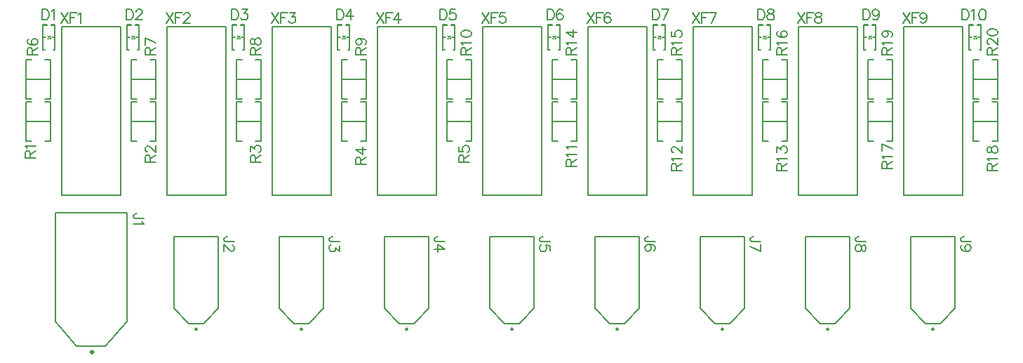
<source format=gto>
G04*
G04 #@! TF.GenerationSoftware,Altium Limited,Altium Designer,21.8.1 (53)*
G04*
G04 Layer_Color=65535*
%FSLAX44Y44*%
%MOMM*%
G71*
G04*
G04 #@! TF.SameCoordinates,F20226F6-1504-4F19-8167-BFA24F29C99C*
G04*
G04*
G04 #@! TF.FilePolarity,Positive*
G04*
G01*
G75*
%ADD10C,0.2540*%
%ADD11C,0.3000*%
%ADD12C,0.1270*%
%ADD13C,0.2000*%
%ADD14C,0.1000*%
%ADD15C,0.1500*%
%ADD16C,0.2032*%
D10*
X547100Y54300D02*
G03*
X547100Y54300I-1000J0D01*
G01*
X928100D02*
G03*
X928100Y54300I-1000J0D01*
G01*
X1182100D02*
G03*
X1182100Y54300I-1000J0D01*
G01*
X1055100D02*
G03*
X1055100Y54300I-1000J0D01*
G01*
X674100D02*
G03*
X674100Y54300I-1000J0D01*
G01*
X801100D02*
G03*
X801100Y54300I-1000J0D01*
G01*
X420100D02*
G03*
X420100Y54300I-1000J0D01*
G01*
X293100D02*
G03*
X293100Y54300I-1000J0D01*
G01*
D11*
X167870Y26924D02*
G03*
X167870Y26924I-1500J0D01*
G01*
D12*
X1018540Y419100D02*
X1089660D01*
X1018540Y215900D02*
Y419100D01*
Y215900D02*
X1089660D01*
Y419100D01*
X383540D02*
X454660D01*
X383540Y215900D02*
Y419100D01*
Y215900D02*
X454660D01*
Y419100D01*
X555100Y61300D02*
X557100Y63300D01*
X537100Y61300D02*
X555100D01*
X519100Y79300D02*
Y166300D01*
Y79300D02*
X537100Y61300D01*
X519100Y166300D02*
X573100D01*
Y79300D02*
Y166300D01*
X557100Y63300D02*
X573100Y79300D01*
X147777Y34036D02*
X182423D01*
X208280Y63300D01*
Y194310D01*
X121920D02*
X208280D01*
X121920Y63318D02*
Y194310D01*
Y63318D02*
X147777Y34036D01*
X129540Y215900D02*
Y419100D01*
X200660D01*
Y215900D02*
Y419100D01*
X129540Y215900D02*
X200660D01*
X936100Y61300D02*
X938100Y63300D01*
X918100Y61300D02*
X936100D01*
X900100Y79300D02*
Y166300D01*
Y79300D02*
X918100Y61300D01*
X900100Y166300D02*
X954100D01*
Y79300D02*
Y166300D01*
X938100Y63300D02*
X954100Y79300D01*
X1190100Y61300D02*
X1192100Y63300D01*
X1172100Y61300D02*
X1190100D01*
X1154100Y79300D02*
Y166300D01*
Y79300D02*
X1172100Y61300D01*
X1154100Y166300D02*
X1208100D01*
Y79300D02*
Y166300D01*
X1192100Y63300D02*
X1208100Y79300D01*
X1065100Y63300D02*
X1081100Y79300D01*
Y166300D01*
X1027100D02*
X1081100D01*
X1027100Y79300D02*
X1045100Y61300D01*
X1027100Y79300D02*
Y166300D01*
X1045100Y61300D02*
X1063100D01*
X1065100Y63300D01*
X682100Y61300D02*
X684100Y63300D01*
X664100Y61300D02*
X682100D01*
X646100Y79300D02*
Y166300D01*
Y79300D02*
X664100Y61300D01*
X646100Y166300D02*
X700100D01*
Y79300D02*
Y166300D01*
X684100Y63300D02*
X700100Y79300D01*
X811100Y63300D02*
X827100Y79300D01*
Y166300D01*
X773100D02*
X827100D01*
X773100Y79300D02*
X791100Y61300D01*
X773100Y79300D02*
Y166300D01*
X791100Y61300D02*
X809100D01*
X811100Y63300D01*
X428100Y61300D02*
X430100Y63300D01*
X410100Y61300D02*
X428100D01*
X392100Y79300D02*
Y166300D01*
Y79300D02*
X410100Y61300D01*
X392100Y166300D02*
X446100D01*
Y79300D02*
Y166300D01*
X430100Y63300D02*
X446100Y79300D01*
X303100Y63300D02*
X319100Y79300D01*
Y166300D01*
X265100D02*
X319100D01*
X265100Y79300D02*
X283100Y61300D01*
X265100Y79300D02*
Y166300D01*
X283100Y61300D02*
X301100D01*
X303100Y63300D01*
X835660Y215900D02*
Y419100D01*
X764540Y215900D02*
X835660D01*
X764540D02*
Y419100D01*
X835660D01*
X708660Y215900D02*
Y419100D01*
X637540Y215900D02*
X708660D01*
X637540D02*
Y419100D01*
X708660D01*
X1216660Y215900D02*
Y419100D01*
X1145540Y215900D02*
X1216660D01*
X1145540D02*
Y419100D01*
X1216660D01*
X962660Y215900D02*
Y419100D01*
X891540Y215900D02*
X962660D01*
X891540D02*
Y419100D01*
X962660D01*
X327660Y215900D02*
Y419100D01*
X256540Y215900D02*
X327660D01*
X256540D02*
Y419100D01*
X327660D01*
X581660Y215900D02*
Y419100D01*
X510540Y215900D02*
X581660D01*
X510540D02*
Y419100D01*
X581660D01*
D13*
X467600Y304800D02*
X497600D01*
X490600Y328800D02*
X497600D01*
Y280800D02*
Y328800D01*
X490600Y280800D02*
X497600D01*
X467600D02*
X474600D01*
X467600D02*
Y328800D01*
X474600D01*
X340600D02*
X347600D01*
X340600Y280800D02*
Y328800D01*
Y280800D02*
X347600D01*
X363600D02*
X370600D01*
Y328800D01*
X363600D02*
X370600D01*
X340600Y304800D02*
X370600D01*
X86600D02*
X116600D01*
X109600Y328800D02*
X116600D01*
Y280800D02*
Y328800D01*
X109600Y280800D02*
X116600D01*
X86600D02*
X93600D01*
X86600D02*
Y328800D01*
X93600D01*
X213600Y304800D02*
X243600D01*
X236600Y328800D02*
X243600D01*
Y280800D02*
Y328800D01*
X236600Y280800D02*
X243600D01*
X213600D02*
X220600D01*
X213600D02*
Y328800D01*
X220600D01*
X594600D02*
X601600D01*
X594600Y280800D02*
Y328800D01*
Y280800D02*
X601600D01*
X617600D02*
X624600D01*
Y328800D01*
X617600D02*
X624600D01*
X594600Y304800D02*
X624600D01*
X721600Y328800D02*
X728600D01*
X721600Y280800D02*
Y328800D01*
Y280800D02*
X728600D01*
X744600D02*
X751600D01*
Y328800D01*
X744600D02*
X751600D01*
X721600Y304800D02*
X751600D01*
X848600Y328800D02*
X855600D01*
X848600Y280800D02*
Y328800D01*
Y280800D02*
X855600D01*
X871600D02*
X878600D01*
Y328800D01*
X871600D02*
X878600D01*
X848600Y304800D02*
X878600D01*
X975600Y328800D02*
X982600D01*
X975600Y280800D02*
Y328800D01*
Y280800D02*
X982600D01*
X998600D02*
X1005600D01*
Y328800D01*
X998600D02*
X1005600D01*
X975600Y304800D02*
X1005600D01*
X1102600Y328800D02*
X1109600D01*
X1102600Y280800D02*
Y328800D01*
Y280800D02*
X1109600D01*
X1125600D02*
X1132600D01*
Y328800D01*
X1125600D02*
X1132600D01*
X1102600Y304800D02*
X1132600D01*
X1229600Y328800D02*
X1236600D01*
X1229600Y280800D02*
Y328800D01*
Y280800D02*
X1236600D01*
X1252600D02*
X1259600D01*
Y328800D01*
X1252600D02*
X1259600D01*
X1229600Y304800D02*
X1259600D01*
X213600Y379600D02*
X220600D01*
X213600Y331600D02*
Y379600D01*
Y331600D02*
X220600D01*
X236600D02*
X243600D01*
Y379600D01*
X236600D02*
X243600D01*
X213600Y355600D02*
X243600D01*
X467600Y379600D02*
X474600D01*
X467600Y331600D02*
Y379600D01*
Y331600D02*
X474600D01*
X490600D02*
X497600D01*
Y379600D01*
X490600D02*
X497600D01*
X467600Y355600D02*
X497600D01*
X594600Y379600D02*
X601600D01*
X594600Y331600D02*
Y379600D01*
Y331600D02*
X601600D01*
X617600D02*
X624600D01*
Y379600D01*
X617600D02*
X624600D01*
X594600Y355600D02*
X624600D01*
X721600Y379600D02*
X728600D01*
X721600Y331600D02*
Y379600D01*
Y331600D02*
X728600D01*
X744600D02*
X751600D01*
Y379600D01*
X744600D02*
X751600D01*
X721600Y355600D02*
X751600D01*
X975600Y379600D02*
X982600D01*
X975600Y331600D02*
Y379600D01*
Y331600D02*
X982600D01*
X998600D02*
X1005600D01*
Y379600D01*
X998600D02*
X1005600D01*
X975600Y355600D02*
X1005600D01*
X1229600Y379600D02*
X1236600D01*
X1229600Y331600D02*
Y379600D01*
Y331600D02*
X1236600D01*
X1252600D02*
X1259600D01*
Y379600D01*
X1252600D02*
X1259600D01*
X1229600Y355600D02*
X1259600D01*
X1102600Y379600D02*
X1109600D01*
X1102600Y331600D02*
Y379600D01*
Y331600D02*
X1109600D01*
X1125600D02*
X1132600D01*
Y379600D01*
X1125600D02*
X1132600D01*
X1102600Y355600D02*
X1132600D01*
X848600Y379600D02*
X855600D01*
X848600Y331600D02*
Y379600D01*
Y331600D02*
X855600D01*
X871600D02*
X878600D01*
Y379600D01*
X871600D02*
X878600D01*
X848600Y355600D02*
X878600D01*
X340600Y379600D02*
X347600D01*
X340600Y331600D02*
Y379600D01*
Y331600D02*
X347600D01*
X363600D02*
X370600D01*
Y379600D01*
X363600D02*
X370600D01*
X340600Y355600D02*
X370600D01*
X86600D02*
X116600D01*
X109600Y379600D02*
X116600D01*
Y331600D02*
Y379600D01*
X109600Y331600D02*
X116600D01*
X86600D02*
X93600D01*
X86600D02*
Y379600D01*
X93600D01*
D14*
X469900Y408150D02*
X472400Y404650D01*
X469900D02*
X472400D01*
X469900Y408150D02*
X472150D01*
X467650D02*
X469900D01*
X467400Y404650D02*
X469900D01*
X467400D02*
X469900Y408150D01*
X215900D02*
X218400Y404650D01*
X215900D02*
X218400D01*
X215900Y408150D02*
X218150D01*
X213650D02*
X215900D01*
X213400Y404650D02*
X215900D01*
X213400D02*
X215900Y408150D01*
X114300D02*
X116800Y404650D01*
X114300D02*
X116800D01*
X114300Y408150D02*
X116550D01*
X112050D02*
X114300D01*
X111800Y404650D02*
X114300D01*
X111800D02*
X114300Y408150D01*
X596900D02*
X599400Y404650D01*
X596900D02*
X599400D01*
X596900Y408150D02*
X599150D01*
X594650D02*
X596900D01*
X594400Y404650D02*
X596900D01*
X594400D02*
X596900Y408150D01*
X848400Y404650D02*
X850900Y408150D01*
X848400Y404650D02*
X850900D01*
X848650Y408150D02*
X850900D01*
X853150D01*
X850900Y404650D02*
X853400D01*
X850900Y408150D02*
X853400Y404650D01*
X723900Y408150D02*
X726400Y404650D01*
X723900D02*
X726400D01*
X723900Y408150D02*
X726150D01*
X721650D02*
X723900D01*
X721400Y404650D02*
X723900D01*
X721400D02*
X723900Y408150D01*
X340400Y404650D02*
X342900Y408150D01*
X340400Y404650D02*
X342900D01*
X340650Y408150D02*
X342900D01*
X345150D01*
X342900Y404650D02*
X345400D01*
X342900Y408150D02*
X345400Y404650D01*
X1231900Y408150D02*
X1234400Y404650D01*
X1231900D02*
X1234400D01*
X1231900Y408150D02*
X1234150D01*
X1229650D02*
X1231900D01*
X1229400Y404650D02*
X1231900D01*
X1229400D02*
X1231900Y408150D01*
X1102400Y404650D02*
X1104900Y408150D01*
X1102400Y404650D02*
X1104900D01*
X1102650Y408150D02*
X1104900D01*
X1107150D01*
X1104900Y404650D02*
X1107400D01*
X1104900Y408150D02*
X1107400Y404650D01*
X977900Y408150D02*
X980400Y404650D01*
X977900D02*
X980400D01*
X977900Y408150D02*
X980150D01*
X975650D02*
X977900D01*
X975400Y404650D02*
X977900D01*
X975400D02*
X977900Y408150D01*
D15*
X462900Y406400D02*
X466400D01*
X473400D02*
X476900D01*
X474980Y391160D02*
X476900D01*
Y421400D01*
X472440Y420370D02*
X476900D01*
X462900D02*
X467360D01*
X462900Y391160D02*
Y421400D01*
Y391160D02*
X464820D01*
X476900Y420370D02*
Y421640D01*
X472440D02*
X476900D01*
X472440Y420370D02*
Y421640D01*
X462900Y420370D02*
Y421640D01*
X467360D01*
Y420370D02*
Y421640D01*
X208900Y406400D02*
X212400D01*
X219400D02*
X222900D01*
X220980Y391160D02*
X222900D01*
Y421400D01*
X218440Y420370D02*
X222900D01*
X208900D02*
X213360D01*
X208900Y391160D02*
Y421400D01*
Y391160D02*
X210820D01*
X222900Y420370D02*
Y421640D01*
X218440D02*
X222900D01*
X218440Y420370D02*
Y421640D01*
X208900Y420370D02*
Y421640D01*
X213360D01*
Y420370D02*
Y421640D01*
X107300Y406400D02*
X110800D01*
X117800D02*
X121300D01*
X111760Y420370D02*
Y421640D01*
X107300D02*
X111760D01*
X107300Y420370D02*
Y421640D01*
X116840Y420370D02*
Y421640D01*
X121300D01*
Y420370D02*
Y421640D01*
X107300Y391160D02*
X109220D01*
X107300D02*
Y421400D01*
Y420370D02*
X111760D01*
X116840D02*
X121300D01*
Y391160D02*
Y421400D01*
X119380Y391160D02*
X121300D01*
X589900Y406400D02*
X593400D01*
X600400D02*
X603900D01*
X601980Y391160D02*
X603900D01*
Y421400D01*
X599440Y420370D02*
X603900D01*
X589900D02*
X594360D01*
X589900Y391160D02*
Y421400D01*
Y391160D02*
X591820D01*
X603900Y420370D02*
Y421640D01*
X599440D02*
X603900D01*
X599440Y420370D02*
Y421640D01*
X589900Y420370D02*
Y421640D01*
X594360D01*
Y420370D02*
Y421640D01*
X848360Y420370D02*
Y421640D01*
X843900D02*
X848360D01*
X843900Y420370D02*
Y421640D01*
X853440Y420370D02*
Y421640D01*
X857900D01*
Y420370D02*
Y421640D01*
X843900Y391160D02*
X845820D01*
X843900D02*
Y421400D01*
Y420370D02*
X848360D01*
X853440D02*
X857900D01*
Y391160D02*
Y421400D01*
X855980Y391160D02*
X857900D01*
X854400Y406400D02*
X857900D01*
X843900D02*
X847400D01*
X716900D02*
X720400D01*
X727400D02*
X730900D01*
X728980Y391160D02*
X730900D01*
Y421400D01*
X726440Y420370D02*
X730900D01*
X716900D02*
X721360D01*
X716900Y391160D02*
Y421400D01*
Y391160D02*
X718820D01*
X730900Y420370D02*
Y421640D01*
X726440D02*
X730900D01*
X726440Y420370D02*
Y421640D01*
X716900Y420370D02*
Y421640D01*
X721360D01*
Y420370D02*
Y421640D01*
X340360Y420370D02*
Y421640D01*
X335900D02*
X340360D01*
X335900Y420370D02*
Y421640D01*
X345440Y420370D02*
Y421640D01*
X349900D01*
Y420370D02*
Y421640D01*
X335900Y391160D02*
X337820D01*
X335900D02*
Y421400D01*
Y420370D02*
X340360D01*
X345440D02*
X349900D01*
Y391160D02*
Y421400D01*
X347980Y391160D02*
X349900D01*
X346400Y406400D02*
X349900D01*
X335900D02*
X339400D01*
X1224900D02*
X1228400D01*
X1235400D02*
X1238900D01*
X1236980Y391160D02*
X1238900D01*
Y421400D01*
X1234440Y420370D02*
X1238900D01*
X1224900D02*
X1229360D01*
X1224900Y391160D02*
Y421400D01*
Y391160D02*
X1226820D01*
X1238900Y420370D02*
Y421640D01*
X1234440D02*
X1238900D01*
X1234440Y420370D02*
Y421640D01*
X1224900Y420370D02*
Y421640D01*
X1229360D01*
Y420370D02*
Y421640D01*
X1102360Y420370D02*
Y421640D01*
X1097900D02*
X1102360D01*
X1097900Y420370D02*
Y421640D01*
X1107440Y420370D02*
Y421640D01*
X1111900D01*
Y420370D02*
Y421640D01*
X1097900Y391160D02*
X1099820D01*
X1097900D02*
Y421400D01*
Y420370D02*
X1102360D01*
X1107440D02*
X1111900D01*
Y391160D02*
Y421400D01*
X1109980Y391160D02*
X1111900D01*
X1108400Y406400D02*
X1111900D01*
X1097900D02*
X1101400D01*
X970900D02*
X974400D01*
X981400D02*
X984900D01*
X982980Y391160D02*
X984900D01*
Y421400D01*
X980440Y420370D02*
X984900D01*
X970900D02*
X975360D01*
X970900Y391160D02*
Y421400D01*
Y391160D02*
X972820D01*
X984900Y420370D02*
Y421640D01*
X980440D02*
X984900D01*
X980440Y420370D02*
Y421640D01*
X970900Y420370D02*
Y421640D01*
X975360D01*
Y420370D02*
Y421640D01*
D16*
X611632Y385572D02*
X624329D01*
X611632D02*
Y391014D01*
X612237Y392828D01*
X612841Y393432D01*
X614050Y394037D01*
X615260D01*
X616469Y393432D01*
X617074Y392828D01*
X617678Y391014D01*
Y385572D01*
Y389804D02*
X624329Y394037D01*
X614050Y396879D02*
X613446Y398088D01*
X611632Y399902D01*
X624329D01*
X611632Y409818D02*
X612237Y408004D01*
X614050Y406795D01*
X617074Y406190D01*
X618888D01*
X621911Y406795D01*
X623725Y408004D01*
X624329Y409818D01*
Y411027D01*
X623725Y412841D01*
X621911Y414050D01*
X618888Y414655D01*
X617074D01*
X614050Y414050D01*
X612237Y412841D01*
X611632Y411027D01*
Y409818D01*
X1018032Y436118D02*
X1026497Y423421D01*
Y436118D02*
X1018032Y423421D01*
X1029339Y436118D02*
Y423421D01*
Y436118D02*
X1037199D01*
X1029339Y430072D02*
X1034176D01*
X1041673Y436118D02*
X1039859Y435513D01*
X1039255Y434304D01*
Y433095D01*
X1039859Y431886D01*
X1041068Y431281D01*
X1043487Y430676D01*
X1045301Y430072D01*
X1046510Y428862D01*
X1047115Y427653D01*
Y425839D01*
X1046510Y424630D01*
X1045906Y424025D01*
X1044092Y423421D01*
X1041673D01*
X1039859Y424025D01*
X1039255Y424630D01*
X1038650Y425839D01*
Y427653D01*
X1039255Y428862D01*
X1040464Y430072D01*
X1042278Y430676D01*
X1044696Y431281D01*
X1045906Y431886D01*
X1046510Y433095D01*
Y434304D01*
X1045906Y435513D01*
X1044092Y436118D01*
X1041673D01*
X484632Y253492D02*
X497329D01*
X484632D02*
Y258934D01*
X485237Y260748D01*
X485841Y261352D01*
X487051Y261957D01*
X488260D01*
X489469Y261352D01*
X490074Y260748D01*
X490678Y258934D01*
Y253492D01*
Y257724D02*
X497329Y261957D01*
X484632Y270845D02*
X493097Y264799D01*
Y273868D01*
X484632Y270845D02*
X497329D01*
X357632Y256032D02*
X370329D01*
X357632D02*
Y261474D01*
X358237Y263288D01*
X358841Y263892D01*
X360051Y264497D01*
X361260D01*
X362469Y263892D01*
X363074Y263288D01*
X363678Y261474D01*
Y256032D01*
Y260264D02*
X370329Y264497D01*
X357632Y268548D02*
Y275199D01*
X362469Y271571D01*
Y273385D01*
X363074Y274594D01*
X363678Y275199D01*
X365492Y275804D01*
X366702D01*
X368515Y275199D01*
X369725Y273990D01*
X370329Y272176D01*
Y270362D01*
X369725Y268548D01*
X369120Y267943D01*
X367911Y267339D01*
X85852Y261112D02*
X98549D01*
X85852D02*
Y266554D01*
X86457Y268368D01*
X87061Y268972D01*
X88271Y269577D01*
X89480D01*
X90689Y268972D01*
X91294Y268368D01*
X91898Y266554D01*
Y261112D01*
Y265344D02*
X98549Y269577D01*
X88271Y272419D02*
X87666Y273628D01*
X85852Y275442D01*
X98549D01*
X230632Y256032D02*
X243329D01*
X230632D02*
Y261474D01*
X231237Y263288D01*
X231841Y263892D01*
X233050Y264497D01*
X234260D01*
X235469Y263892D01*
X236074Y263288D01*
X236678Y261474D01*
Y256032D01*
Y260264D02*
X243329Y264497D01*
X233655Y267943D02*
X233050D01*
X231841Y268548D01*
X231237Y269153D01*
X230632Y270362D01*
Y272780D01*
X231237Y273990D01*
X231841Y274594D01*
X233050Y275199D01*
X234260D01*
X235469Y274594D01*
X237283Y273385D01*
X243329Y267339D01*
Y275804D01*
X609092Y256032D02*
X621789D01*
X609092D02*
Y261474D01*
X609697Y263288D01*
X610301Y263892D01*
X611511Y264497D01*
X612720D01*
X613929Y263892D01*
X614534Y263288D01*
X615138Y261474D01*
Y256032D01*
Y260264D02*
X621789Y264497D01*
X609092Y274594D02*
Y268548D01*
X614534Y267943D01*
X613929Y268548D01*
X613324Y270362D01*
Y272176D01*
X613929Y273990D01*
X615138Y275199D01*
X616952Y275804D01*
X618162D01*
X619975Y275199D01*
X621185Y273990D01*
X621789Y272176D01*
Y270362D01*
X621185Y268548D01*
X620580Y267943D01*
X619371Y267339D01*
X738632Y250952D02*
X751329D01*
X738632D02*
Y256394D01*
X739237Y258208D01*
X739841Y258812D01*
X741050Y259417D01*
X742260D01*
X743469Y258812D01*
X744074Y258208D01*
X744678Y256394D01*
Y250952D01*
Y255184D02*
X751329Y259417D01*
X741050Y262259D02*
X740446Y263468D01*
X738632Y265282D01*
X751329D01*
X741050Y271570D02*
X740446Y272779D01*
X738632Y274593D01*
X751329D01*
X865632Y245872D02*
X878329D01*
X865632D02*
Y251314D01*
X866237Y253128D01*
X866841Y253732D01*
X868051Y254337D01*
X869260D01*
X870469Y253732D01*
X871074Y253128D01*
X871678Y251314D01*
Y245872D01*
Y250104D02*
X878329Y254337D01*
X868051Y257179D02*
X867446Y258388D01*
X865632Y260202D01*
X878329D01*
X868655Y267095D02*
X868051D01*
X866841Y267699D01*
X866237Y268304D01*
X865632Y269513D01*
Y271932D01*
X866237Y273141D01*
X866841Y273746D01*
X868051Y274350D01*
X869260D01*
X870469Y273746D01*
X872283Y272536D01*
X878329Y266490D01*
Y274955D01*
X992632Y245872D02*
X1005329D01*
X992632D02*
Y251314D01*
X993237Y253128D01*
X993841Y253732D01*
X995051Y254337D01*
X996260D01*
X997469Y253732D01*
X998074Y253128D01*
X998678Y251314D01*
Y245872D01*
Y250104D02*
X1005329Y254337D01*
X995051Y257179D02*
X994446Y258388D01*
X992632Y260202D01*
X1005329D01*
X992632Y267699D02*
Y274350D01*
X997469Y270722D01*
Y272536D01*
X998074Y273746D01*
X998678Y274350D01*
X1000492Y274955D01*
X1001702D01*
X1003515Y274350D01*
X1004725Y273141D01*
X1005329Y271327D01*
Y269513D01*
X1004725Y267699D01*
X1004120Y267095D01*
X1002911Y266490D01*
X1119632Y248412D02*
X1132329D01*
X1119632D02*
Y253854D01*
X1120237Y255668D01*
X1120841Y256272D01*
X1122050Y256877D01*
X1123260D01*
X1124469Y256272D01*
X1125074Y255668D01*
X1125678Y253854D01*
Y248412D01*
Y252644D02*
X1132329Y256877D01*
X1122050Y259719D02*
X1121446Y260928D01*
X1119632Y262742D01*
X1132329D01*
X1119632Y277495D02*
X1132329Y271448D01*
X1119632Y269030D02*
Y277495D01*
X1246632Y245872D02*
X1259329D01*
X1246632D02*
Y251314D01*
X1247237Y253128D01*
X1247841Y253732D01*
X1249051Y254337D01*
X1250260D01*
X1251469Y253732D01*
X1252074Y253128D01*
X1252678Y251314D01*
Y245872D01*
Y250104D02*
X1259329Y254337D01*
X1249051Y257179D02*
X1248446Y258388D01*
X1246632Y260202D01*
X1259329D01*
X1246632Y269513D02*
X1247237Y267699D01*
X1248446Y267095D01*
X1249655D01*
X1250864Y267699D01*
X1251469Y268909D01*
X1252074Y271327D01*
X1252678Y273141D01*
X1253888Y274350D01*
X1255097Y274955D01*
X1256911D01*
X1258120Y274350D01*
X1258725Y273746D01*
X1259329Y271932D01*
Y269513D01*
X1258725Y267699D01*
X1258120Y267095D01*
X1256911Y266490D01*
X1255097D01*
X1253888Y267095D01*
X1252678Y268304D01*
X1252074Y270118D01*
X1251469Y272536D01*
X1250864Y273746D01*
X1249655Y274350D01*
X1248446D01*
X1247237Y273746D01*
X1246632Y271932D01*
Y269513D01*
X230632Y385572D02*
X243329D01*
X230632D02*
Y391014D01*
X231237Y392828D01*
X231841Y393432D01*
X233050Y394037D01*
X234260D01*
X235469Y393432D01*
X236074Y392828D01*
X236678Y391014D01*
Y385572D01*
Y389804D02*
X243329Y394037D01*
X230632Y405344D02*
X243329Y399297D01*
X230632Y396879D02*
Y405344D01*
X484632Y385572D02*
X497329D01*
X484632D02*
Y391014D01*
X485237Y392828D01*
X485841Y393432D01*
X487051Y394037D01*
X488260D01*
X489469Y393432D01*
X490074Y392828D01*
X490678Y391014D01*
Y385572D01*
Y389804D02*
X497329Y394037D01*
X488864Y404739D02*
X490678Y404134D01*
X491888Y402925D01*
X492492Y401111D01*
Y400506D01*
X491888Y398693D01*
X490678Y397483D01*
X488864Y396879D01*
X488260D01*
X486446Y397483D01*
X485237Y398693D01*
X484632Y400506D01*
Y401111D01*
X485237Y402925D01*
X486446Y404134D01*
X488864Y404739D01*
X491888D01*
X494911Y404134D01*
X496725Y402925D01*
X497329Y401111D01*
Y399902D01*
X496725Y398088D01*
X495515Y397483D01*
X738632Y385572D02*
X751329D01*
X738632D02*
Y391014D01*
X739237Y392828D01*
X739841Y393432D01*
X741050Y394037D01*
X742260D01*
X743469Y393432D01*
X744074Y392828D01*
X744678Y391014D01*
Y385572D01*
Y389804D02*
X751329Y394037D01*
X741050Y396879D02*
X740446Y398088D01*
X738632Y399902D01*
X751329D01*
X738632Y412236D02*
X747097Y406190D01*
Y415259D01*
X738632Y412236D02*
X751329D01*
X992632Y385572D02*
X1005329D01*
X992632D02*
Y391014D01*
X993237Y392828D01*
X993841Y393432D01*
X995051Y394037D01*
X996260D01*
X997469Y393432D01*
X998074Y392828D01*
X998678Y391014D01*
Y385572D01*
Y389804D02*
X1005329Y394037D01*
X995051Y396879D02*
X994446Y398088D01*
X992632Y399902D01*
X1005329D01*
X994446Y413446D02*
X993237Y412841D01*
X992632Y411027D01*
Y409818D01*
X993237Y408004D01*
X995051Y406795D01*
X998074Y406190D01*
X1001097D01*
X1003515Y406795D01*
X1004725Y408004D01*
X1005329Y409818D01*
Y410422D01*
X1004725Y412236D01*
X1003515Y413446D01*
X1001702Y414050D01*
X1001097D01*
X999283Y413446D01*
X998074Y412236D01*
X997469Y410422D01*
Y409818D01*
X998074Y408004D01*
X999283Y406795D01*
X1001097Y406190D01*
X1246632Y385572D02*
X1259329D01*
X1246632D02*
Y391014D01*
X1247237Y392828D01*
X1247841Y393432D01*
X1249051Y394037D01*
X1250260D01*
X1251469Y393432D01*
X1252074Y392828D01*
X1252678Y391014D01*
Y385572D01*
Y389804D02*
X1259329Y394037D01*
X1249655Y397483D02*
X1249051D01*
X1247841Y398088D01*
X1247237Y398693D01*
X1246632Y399902D01*
Y402320D01*
X1247237Y403530D01*
X1247841Y404134D01*
X1249051Y404739D01*
X1250260D01*
X1251469Y404134D01*
X1253283Y402925D01*
X1259329Y396879D01*
Y405344D01*
X1246632Y411813D02*
X1247237Y409999D01*
X1249051Y408790D01*
X1252074Y408185D01*
X1253888D01*
X1256911Y408790D01*
X1258725Y409999D01*
X1259329Y411813D01*
Y413022D01*
X1258725Y414836D01*
X1256911Y416045D01*
X1253888Y416650D01*
X1252074D01*
X1249051Y416045D01*
X1247237Y414836D01*
X1246632Y413022D01*
Y411813D01*
X1119632Y385572D02*
X1132329D01*
X1119632D02*
Y391014D01*
X1120237Y392828D01*
X1120841Y393432D01*
X1122050Y394037D01*
X1123260D01*
X1124469Y393432D01*
X1125074Y392828D01*
X1125678Y391014D01*
Y385572D01*
Y389804D02*
X1132329Y394037D01*
X1122050Y396879D02*
X1121446Y398088D01*
X1119632Y399902D01*
X1132329D01*
X1123864Y414050D02*
X1125678Y413446D01*
X1126888Y412236D01*
X1127492Y410422D01*
Y409818D01*
X1126888Y408004D01*
X1125678Y406795D01*
X1123864Y406190D01*
X1123260D01*
X1121446Y406795D01*
X1120237Y408004D01*
X1119632Y409818D01*
Y410422D01*
X1120237Y412236D01*
X1121446Y413446D01*
X1123864Y414050D01*
X1126888D01*
X1129911Y413446D01*
X1131725Y412236D01*
X1132329Y410422D01*
Y409213D01*
X1131725Y407399D01*
X1130515Y406795D01*
X865632Y385572D02*
X878329D01*
X865632D02*
Y391014D01*
X866237Y392828D01*
X866841Y393432D01*
X868051Y394037D01*
X869260D01*
X870469Y393432D01*
X871074Y392828D01*
X871678Y391014D01*
Y385572D01*
Y389804D02*
X878329Y394037D01*
X868051Y396879D02*
X867446Y398088D01*
X865632Y399902D01*
X878329D01*
X865632Y413446D02*
Y407399D01*
X871074Y406795D01*
X870469Y407399D01*
X869864Y409213D01*
Y411027D01*
X870469Y412841D01*
X871678Y414050D01*
X873492Y414655D01*
X874702D01*
X876515Y414050D01*
X877725Y412841D01*
X878329Y411027D01*
Y409213D01*
X877725Y407399D01*
X877120Y406795D01*
X875911Y406190D01*
X357632Y385572D02*
X370329D01*
X357632D02*
Y391014D01*
X358237Y392828D01*
X358841Y393432D01*
X360051Y394037D01*
X361260D01*
X362469Y393432D01*
X363074Y392828D01*
X363678Y391014D01*
Y385572D01*
Y389804D02*
X370329Y394037D01*
X357632Y399902D02*
X358237Y398088D01*
X359446Y397483D01*
X360655D01*
X361864Y398088D01*
X362469Y399297D01*
X363074Y401716D01*
X363678Y403530D01*
X364888Y404739D01*
X366097Y405344D01*
X367911D01*
X369120Y404739D01*
X369725Y404134D01*
X370329Y402320D01*
Y399902D01*
X369725Y398088D01*
X369120Y397483D01*
X367911Y396879D01*
X366097D01*
X364888Y397483D01*
X363678Y398693D01*
X363074Y400506D01*
X362469Y402925D01*
X361864Y404134D01*
X360655Y404739D01*
X359446D01*
X358237Y404134D01*
X357632Y402320D01*
Y399902D01*
X383032Y436118D02*
X391497Y423421D01*
Y436118D02*
X383032Y423421D01*
X394339Y436118D02*
Y423421D01*
Y436118D02*
X402199D01*
X394339Y430072D02*
X399176D01*
X404859Y436118D02*
X411510D01*
X407882Y431281D01*
X409696D01*
X410906Y430676D01*
X411510Y430072D01*
X412115Y428258D01*
Y427048D01*
X411510Y425235D01*
X410301Y424025D01*
X408487Y423421D01*
X406673D01*
X404859Y424025D01*
X404255Y424630D01*
X403650Y425839D01*
X88392Y385572D02*
X101089D01*
X88392D02*
Y391014D01*
X88997Y392828D01*
X89601Y393432D01*
X90810Y394037D01*
X92020D01*
X93229Y393432D01*
X93834Y392828D01*
X94438Y391014D01*
Y385572D01*
Y389804D02*
X101089Y394037D01*
X90206Y404134D02*
X88997Y403530D01*
X88392Y401716D01*
Y400506D01*
X88997Y398693D01*
X90810Y397483D01*
X93834Y396879D01*
X96857D01*
X99275Y397483D01*
X100485Y398693D01*
X101089Y400506D01*
Y401111D01*
X100485Y402925D01*
X99275Y404134D01*
X97462Y404739D01*
X96857D01*
X95043Y404134D01*
X93834Y402925D01*
X93229Y401111D01*
Y400506D01*
X93834Y398693D01*
X95043Y397483D01*
X96857Y396879D01*
X207772Y439928D02*
Y427231D01*
Y439928D02*
X212004D01*
X213818Y439323D01*
X215028Y438114D01*
X215632Y436905D01*
X216237Y435091D01*
Y432068D01*
X215632Y430254D01*
X215028Y429045D01*
X213818Y427835D01*
X212004Y427231D01*
X207772D01*
X219683Y436905D02*
Y437509D01*
X220288Y438719D01*
X220893Y439323D01*
X222102Y439928D01*
X224520D01*
X225730Y439323D01*
X226334Y438719D01*
X226939Y437509D01*
Y436300D01*
X226334Y435091D01*
X225125Y433277D01*
X219079Y427231D01*
X227544D01*
X106172Y439928D02*
Y427231D01*
Y439928D02*
X110404D01*
X112218Y439323D01*
X113428Y438114D01*
X114032Y436905D01*
X114637Y435091D01*
Y432068D01*
X114032Y430254D01*
X113428Y429045D01*
X112218Y427835D01*
X110404Y427231D01*
X106172D01*
X117479Y437509D02*
X118688Y438114D01*
X120502Y439928D01*
Y427231D01*
X129032Y436118D02*
X137497Y423421D01*
Y436118D02*
X129032Y423421D01*
X140339Y436118D02*
Y423421D01*
Y436118D02*
X148199D01*
X140339Y430072D02*
X145176D01*
X149650Y433699D02*
X150859Y434304D01*
X152673Y436118D01*
Y423421D01*
X592328Y159562D02*
X582654D01*
X580840Y160166D01*
X580235Y160771D01*
X579631Y161980D01*
Y163189D01*
X580235Y164399D01*
X580840Y165003D01*
X582654Y165608D01*
X583863D01*
X592328Y150250D02*
X583863Y156297D01*
Y147227D01*
X592328Y150250D02*
X579631D01*
X461772Y439928D02*
Y427231D01*
Y439928D02*
X466004D01*
X467818Y439323D01*
X469028Y438114D01*
X469632Y436905D01*
X470237Y435091D01*
Y432068D01*
X469632Y430254D01*
X469028Y429045D01*
X467818Y427835D01*
X466004Y427231D01*
X461772D01*
X479125Y439928D02*
X473079Y431463D01*
X482148D01*
X479125Y439928D02*
Y427231D01*
X1100328Y159562D02*
X1090654D01*
X1088840Y160166D01*
X1088235Y160771D01*
X1087631Y161980D01*
Y163189D01*
X1088235Y164399D01*
X1088840Y165003D01*
X1090654Y165608D01*
X1091863D01*
X1100328Y153273D02*
X1099723Y155087D01*
X1098514Y155692D01*
X1097305D01*
X1096096Y155087D01*
X1095491Y153878D01*
X1094886Y151460D01*
X1094282Y149646D01*
X1093072Y148436D01*
X1091863Y147832D01*
X1090049D01*
X1088840Y148436D01*
X1088235Y149041D01*
X1087631Y150855D01*
Y153273D01*
X1088235Y155087D01*
X1088840Y155692D01*
X1090049Y156297D01*
X1091863D01*
X1093072Y155692D01*
X1094282Y154483D01*
X1094886Y152669D01*
X1095491Y150250D01*
X1096096Y149041D01*
X1097305Y148436D01*
X1098514D01*
X1099723Y149041D01*
X1100328Y150855D01*
Y153273D01*
X846328Y159562D02*
X836654D01*
X834840Y160166D01*
X834235Y160771D01*
X833631Y161980D01*
Y163190D01*
X834235Y164399D01*
X834840Y165003D01*
X836654Y165608D01*
X837863D01*
X844514Y149041D02*
X845723Y149646D01*
X846328Y151460D01*
Y152669D01*
X845723Y154483D01*
X843910Y155692D01*
X840886Y156297D01*
X837863D01*
X835445Y155692D01*
X834235Y154483D01*
X833631Y152669D01*
Y152064D01*
X834235Y150250D01*
X835445Y149041D01*
X837259Y148436D01*
X837863D01*
X839677Y149041D01*
X840886Y150250D01*
X841491Y152064D01*
Y152669D01*
X840886Y154483D01*
X839677Y155692D01*
X837863Y156297D01*
X229108Y187502D02*
X219434D01*
X217620Y188106D01*
X217015Y188711D01*
X216411Y189920D01*
Y191129D01*
X217015Y192339D01*
X217620Y192943D01*
X219434Y193548D01*
X220643D01*
X226689Y184237D02*
X227294Y183027D01*
X229108Y181213D01*
X216411D01*
X338328Y159562D02*
X328654D01*
X326840Y160166D01*
X326235Y160771D01*
X325631Y161980D01*
Y163190D01*
X326235Y164399D01*
X326840Y165003D01*
X328654Y165608D01*
X329863D01*
X335305Y155692D02*
X335910D01*
X337119Y155087D01*
X337723Y154483D01*
X338328Y153273D01*
Y150855D01*
X337723Y149646D01*
X337119Y149041D01*
X335910Y148436D01*
X334700D01*
X333491Y149041D01*
X331677Y150250D01*
X325631Y156297D01*
Y147832D01*
X1145032Y436118D02*
X1153497Y423421D01*
Y436118D02*
X1145032Y423421D01*
X1156339Y436118D02*
Y423421D01*
Y436118D02*
X1164199D01*
X1156339Y430072D02*
X1161176D01*
X1173510Y431886D02*
X1172906Y430072D01*
X1171696Y428862D01*
X1169882Y428258D01*
X1169278D01*
X1167464Y428862D01*
X1166255Y430072D01*
X1165650Y431886D01*
Y432490D01*
X1166255Y434304D01*
X1167464Y435513D01*
X1169278Y436118D01*
X1169882D01*
X1171696Y435513D01*
X1172906Y434304D01*
X1173510Y431886D01*
Y428862D01*
X1172906Y425839D01*
X1171696Y424025D01*
X1169882Y423421D01*
X1168673D01*
X1166859Y424025D01*
X1166255Y425235D01*
X891032Y436118D02*
X899497Y423421D01*
Y436118D02*
X891032Y423421D01*
X902339Y436118D02*
Y423421D01*
Y436118D02*
X910199D01*
X902339Y430072D02*
X907176D01*
X920115Y436118D02*
X914069Y423421D01*
X911650Y436118D02*
X920115D01*
X764032D02*
X772497Y423421D01*
Y436118D02*
X764032Y423421D01*
X775339Y436118D02*
Y423421D01*
Y436118D02*
X783199D01*
X775339Y430072D02*
X780176D01*
X791906Y434304D02*
X791301Y435513D01*
X789487Y436118D01*
X788278D01*
X786464Y435513D01*
X785255Y433699D01*
X784650Y430676D01*
Y427653D01*
X785255Y425235D01*
X786464Y424025D01*
X788278Y423421D01*
X788882D01*
X790696Y424025D01*
X791906Y425235D01*
X792510Y427048D01*
Y427653D01*
X791906Y429467D01*
X790696Y430676D01*
X788882Y431281D01*
X788278D01*
X786464Y430676D01*
X785255Y429467D01*
X784650Y427653D01*
X637032Y436118D02*
X645497Y423421D01*
Y436118D02*
X637032Y423421D01*
X648339Y436118D02*
Y423421D01*
Y436118D02*
X656199D01*
X648339Y430072D02*
X653176D01*
X664906Y436118D02*
X658859D01*
X658255Y430676D01*
X658859Y431281D01*
X660673Y431886D01*
X662487D01*
X664301Y431281D01*
X665510Y430072D01*
X666115Y428258D01*
Y427048D01*
X665510Y425235D01*
X664301Y424025D01*
X662487Y423421D01*
X660673D01*
X658859Y424025D01*
X658255Y424630D01*
X657650Y425839D01*
X510032Y436118D02*
X518497Y423421D01*
Y436118D02*
X510032Y423421D01*
X521339Y436118D02*
Y423421D01*
Y436118D02*
X529199D01*
X521339Y430072D02*
X526176D01*
X536696Y436118D02*
X530650Y427653D01*
X539719D01*
X536696Y436118D02*
Y423421D01*
X256032Y436118D02*
X264497Y423421D01*
Y436118D02*
X256032Y423421D01*
X267339Y436118D02*
Y423421D01*
Y436118D02*
X275199D01*
X267339Y430072D02*
X272176D01*
X277255Y433095D02*
Y433699D01*
X277859Y434909D01*
X278464Y435513D01*
X279673Y436118D01*
X282092D01*
X283301Y435513D01*
X283906Y434909D01*
X284510Y433699D01*
Y432490D01*
X283906Y431281D01*
X282696Y429467D01*
X276650Y423421D01*
X285115D01*
X1227328Y159562D02*
X1217654D01*
X1215840Y160166D01*
X1215235Y160771D01*
X1214631Y161980D01*
Y163189D01*
X1215235Y164399D01*
X1215840Y165003D01*
X1217654Y165608D01*
X1218863D01*
X1223095Y148436D02*
X1221282Y149041D01*
X1220072Y150250D01*
X1219468Y152064D01*
Y152669D01*
X1220072Y154483D01*
X1221282Y155692D01*
X1223095Y156297D01*
X1223700D01*
X1225514Y155692D01*
X1226723Y154483D01*
X1227328Y152669D01*
Y152064D01*
X1226723Y150250D01*
X1225514Y149041D01*
X1223095Y148436D01*
X1220072D01*
X1217049Y149041D01*
X1215235Y150250D01*
X1214631Y152064D01*
Y153273D01*
X1215235Y155087D01*
X1216445Y155692D01*
X973328Y159562D02*
X963654D01*
X961840Y160166D01*
X961235Y160771D01*
X960631Y161980D01*
Y163189D01*
X961235Y164399D01*
X961840Y165003D01*
X963654Y165608D01*
X964863D01*
X973328Y147832D02*
X960631Y153878D01*
X973328Y156297D02*
Y147832D01*
X719328Y159562D02*
X709654D01*
X707840Y160166D01*
X707235Y160771D01*
X706631Y161980D01*
Y163189D01*
X707235Y164399D01*
X707840Y165003D01*
X709654Y165608D01*
X710863D01*
X719328Y149041D02*
Y155087D01*
X713886Y155692D01*
X714491Y155087D01*
X715096Y153273D01*
Y151460D01*
X714491Y149646D01*
X713282Y148436D01*
X711468Y147832D01*
X710258D01*
X708445Y148436D01*
X707235Y149646D01*
X706631Y151460D01*
Y153273D01*
X707235Y155087D01*
X707840Y155692D01*
X709049Y156297D01*
X465328Y159562D02*
X455654D01*
X453840Y160166D01*
X453235Y160771D01*
X452631Y161980D01*
Y163190D01*
X453235Y164399D01*
X453840Y165003D01*
X455654Y165608D01*
X456863D01*
X465328Y155087D02*
Y148436D01*
X460491Y152064D01*
Y150250D01*
X459886Y149041D01*
X459282Y148436D01*
X457468Y147832D01*
X456259D01*
X454445Y148436D01*
X453235Y149646D01*
X452631Y151460D01*
Y153273D01*
X453235Y155087D01*
X453840Y155692D01*
X455049Y156297D01*
X1216152Y439928D02*
Y427231D01*
Y439928D02*
X1220384D01*
X1222198Y439323D01*
X1223408Y438114D01*
X1224012Y436905D01*
X1224617Y435091D01*
Y432068D01*
X1224012Y430254D01*
X1223408Y429045D01*
X1222198Y427835D01*
X1220384Y427231D01*
X1216152D01*
X1227459Y437509D02*
X1228668Y438114D01*
X1230482Y439928D01*
Y427231D01*
X1240398Y439928D02*
X1238584Y439323D01*
X1237375Y437509D01*
X1236770Y434486D01*
Y432672D01*
X1237375Y429649D01*
X1238584Y427835D01*
X1240398Y427231D01*
X1241607D01*
X1243421Y427835D01*
X1244630Y429649D01*
X1245235Y432672D01*
Y434486D01*
X1244630Y437509D01*
X1243421Y439323D01*
X1241607Y439928D01*
X1240398D01*
X1096772D02*
Y427231D01*
Y439928D02*
X1101004D01*
X1102818Y439323D01*
X1104028Y438114D01*
X1104632Y436905D01*
X1105237Y435091D01*
Y432068D01*
X1104632Y430254D01*
X1104028Y429045D01*
X1102818Y427835D01*
X1101004Y427231D01*
X1096772D01*
X1115939Y435696D02*
X1115334Y433882D01*
X1114125Y432672D01*
X1112311Y432068D01*
X1111706D01*
X1109893Y432672D01*
X1108683Y433882D01*
X1108079Y435696D01*
Y436300D01*
X1108683Y438114D01*
X1109893Y439323D01*
X1111706Y439928D01*
X1112311D01*
X1114125Y439323D01*
X1115334Y438114D01*
X1115939Y435696D01*
Y432672D01*
X1115334Y429649D01*
X1114125Y427835D01*
X1112311Y427231D01*
X1111102D01*
X1109288Y427835D01*
X1108683Y429045D01*
X969772Y439928D02*
Y427231D01*
Y439928D02*
X974004D01*
X975818Y439323D01*
X977028Y438114D01*
X977632Y436905D01*
X978237Y435091D01*
Y432068D01*
X977632Y430254D01*
X977028Y429045D01*
X975818Y427835D01*
X974004Y427231D01*
X969772D01*
X984102Y439928D02*
X982288Y439323D01*
X981683Y438114D01*
Y436905D01*
X982288Y435696D01*
X983497Y435091D01*
X985916Y434486D01*
X987730Y433882D01*
X988939Y432672D01*
X989544Y431463D01*
Y429649D01*
X988939Y428440D01*
X988334Y427835D01*
X986520Y427231D01*
X984102D01*
X982288Y427835D01*
X981683Y428440D01*
X981079Y429649D01*
Y431463D01*
X981683Y432672D01*
X982893Y433882D01*
X984706Y434486D01*
X987125Y435091D01*
X988334Y435696D01*
X988939Y436905D01*
Y438114D01*
X988334Y439323D01*
X986520Y439928D01*
X984102D01*
X842772D02*
Y427231D01*
Y439928D02*
X847004D01*
X848818Y439323D01*
X850028Y438114D01*
X850632Y436905D01*
X851237Y435091D01*
Y432068D01*
X850632Y430254D01*
X850028Y429045D01*
X848818Y427835D01*
X847004Y427231D01*
X842772D01*
X862543Y439928D02*
X856497Y427231D01*
X854079Y439928D02*
X862543D01*
X715772D02*
Y427231D01*
Y439928D02*
X720004D01*
X721818Y439323D01*
X723028Y438114D01*
X723632Y436905D01*
X724237Y435091D01*
Y432068D01*
X723632Y430254D01*
X723028Y429045D01*
X721818Y427835D01*
X720004Y427231D01*
X715772D01*
X734334Y438114D02*
X733730Y439323D01*
X731916Y439928D01*
X730706D01*
X728893Y439323D01*
X727683Y437509D01*
X727079Y434486D01*
Y431463D01*
X727683Y429045D01*
X728893Y427835D01*
X730706Y427231D01*
X731311D01*
X733125Y427835D01*
X734334Y429045D01*
X734939Y430858D01*
Y431463D01*
X734334Y433277D01*
X733125Y434486D01*
X731311Y435091D01*
X730706D01*
X728893Y434486D01*
X727683Y433277D01*
X727079Y431463D01*
X586232Y439928D02*
Y427231D01*
Y439928D02*
X590464D01*
X592278Y439323D01*
X593488Y438114D01*
X594092Y436905D01*
X594697Y435091D01*
Y432068D01*
X594092Y430254D01*
X593488Y429045D01*
X592278Y427835D01*
X590464Y427231D01*
X586232D01*
X604794Y439928D02*
X598748D01*
X598143Y434486D01*
X598748Y435091D01*
X600562Y435696D01*
X602376D01*
X604190Y435091D01*
X605399Y433882D01*
X606003Y432068D01*
Y430858D01*
X605399Y429045D01*
X604190Y427835D01*
X602376Y427231D01*
X600562D01*
X598748Y427835D01*
X598143Y428440D01*
X597539Y429649D01*
X334772Y439928D02*
Y427231D01*
Y439928D02*
X339004D01*
X340818Y439323D01*
X342028Y438114D01*
X342632Y436905D01*
X343237Y435091D01*
Y432068D01*
X342632Y430254D01*
X342028Y429045D01*
X340818Y427835D01*
X339004Y427231D01*
X334772D01*
X347288Y439928D02*
X353939D01*
X350311Y435091D01*
X352125D01*
X353334Y434486D01*
X353939Y433882D01*
X354543Y432068D01*
Y430858D01*
X353939Y429045D01*
X352730Y427835D01*
X350916Y427231D01*
X349102D01*
X347288Y427835D01*
X346683Y428440D01*
X346079Y429649D01*
M02*

</source>
